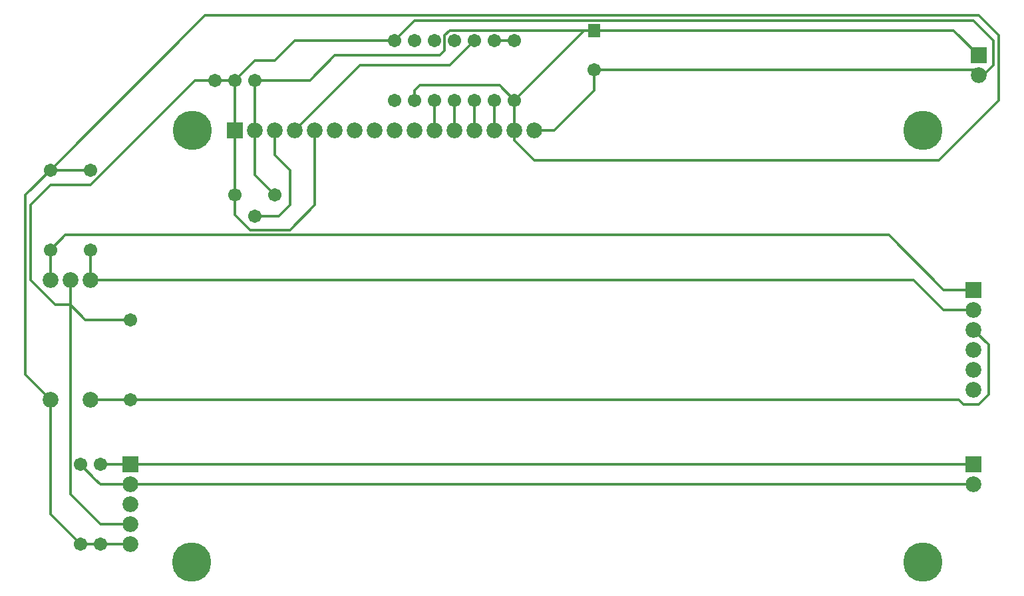
<source format=gbr>
G04 #@! TF.FileFunction,Copper,L2,Bot,Signal*
%FSLAX46Y46*%
G04 Gerber Fmt 4.6, Leading zero omitted, Abs format (unit mm)*
G04 Created by KiCad (PCBNEW 4.0.1-stable) date 01/02/17 16:37:31*
%MOMM*%
G01*
G04 APERTURE LIST*
%ADD10C,0.100000*%
%ADD11R,1.554000X1.716000*%
%ADD12C,1.716000*%
%ADD13R,2.016000X2.016000*%
%ADD14C,2.016000*%
%ADD15C,5.000000*%
%ADD16C,0.304800*%
G04 APERTURE END LIST*
D10*
D11*
X151765000Y-56970000D03*
D12*
X151765000Y-61970000D03*
X108585000Y-63320000D03*
X106045000Y-63320000D03*
X103505000Y-63320000D03*
D13*
X200660000Y-60145000D03*
D14*
X200660000Y-62685000D03*
D13*
X200025000Y-112215000D03*
D14*
X200025000Y-114755000D03*
D13*
X200025000Y-89990000D03*
D14*
X200025000Y-92530000D03*
X200025000Y-95070000D03*
X200025000Y-97610000D03*
X200025000Y-100150000D03*
X200025000Y-102690000D03*
D13*
X106045000Y-69670000D03*
D14*
X108585000Y-69670000D03*
X111125000Y-69670000D03*
X113665000Y-69670000D03*
X116205000Y-69670000D03*
X118745000Y-69670000D03*
X121285000Y-69670000D03*
X123825000Y-69670000D03*
X126365000Y-69670000D03*
X128905000Y-69670000D03*
X131445000Y-69670000D03*
X133985000Y-69670000D03*
X136525000Y-69670000D03*
X139065000Y-69670000D03*
X141605000Y-69670000D03*
X144145000Y-69670000D03*
D15*
X100545900Y-69670000D03*
X100545000Y-124670000D03*
X193545000Y-124670000D03*
X193545000Y-69670000D03*
D12*
X111125000Y-77925000D03*
X108585000Y-80592000D03*
X106045000Y-77925000D03*
X86360000Y-122375000D03*
X86360000Y-112215000D03*
X88900000Y-122375000D03*
X88900000Y-112215000D03*
X82550000Y-74750000D03*
X82550000Y-84910000D03*
X87630000Y-74750000D03*
X87630000Y-84910000D03*
X92710000Y-103960000D03*
X92710000Y-93800000D03*
D14*
X82550000Y-103960000D03*
X87630000Y-103960000D03*
X82550000Y-88720000D03*
X85090000Y-88720000D03*
X87630000Y-88720000D03*
D13*
X92710000Y-112215000D03*
D14*
X92710000Y-114755000D03*
X92710000Y-117295000D03*
X92710000Y-119835000D03*
X92710000Y-122375000D03*
D12*
X141605000Y-58240000D03*
X139065000Y-58240000D03*
X136525000Y-58240000D03*
X133985000Y-58240000D03*
X131445000Y-58240000D03*
X128905000Y-58240000D03*
X126365000Y-58240000D03*
X126365000Y-65860000D03*
X128905000Y-65860000D03*
X131445000Y-65860000D03*
X133985000Y-65860000D03*
X136525000Y-65860000D03*
X139065000Y-65860000D03*
X141605000Y-65860000D03*
D16*
X141605000Y-69670000D02*
X141605000Y-70940000D01*
X102235000Y-55065000D02*
X82550000Y-74750000D01*
X200660000Y-55065000D02*
X102235000Y-55065000D01*
X203200000Y-57605000D02*
X200660000Y-55065000D01*
X203200000Y-65860000D02*
X203200000Y-57605000D01*
X195580000Y-73480000D02*
X203200000Y-65860000D01*
X144145000Y-73480000D02*
X195580000Y-73480000D01*
X141605000Y-70940000D02*
X144145000Y-73480000D01*
X82550000Y-103960000D02*
X79375000Y-100785000D01*
X79375000Y-100785000D02*
X79375000Y-77925000D01*
X79375000Y-77925000D02*
X82550000Y-74750000D01*
X108585000Y-69670000D02*
X108585000Y-75385000D01*
X108585000Y-75385000D02*
X111125000Y-77925000D01*
X108585000Y-63320000D02*
X115570000Y-63320000D01*
X133350000Y-56970000D02*
X150495000Y-56970000D01*
X132715000Y-57605000D02*
X133350000Y-56970000D01*
X132715000Y-59510000D02*
X132715000Y-57605000D01*
X132080000Y-60145000D02*
X132715000Y-59510000D01*
X118745000Y-60145000D02*
X132080000Y-60145000D01*
X115570000Y-63320000D02*
X118745000Y-60145000D01*
X82550000Y-103960000D02*
X82550000Y-118565000D01*
X82550000Y-118565000D02*
X86360000Y-122375000D01*
X92710000Y-122375000D02*
X88900000Y-122375000D01*
X88900000Y-122375000D02*
X86360000Y-122375000D01*
X87630000Y-74750000D02*
X82550000Y-74750000D01*
X108585000Y-63320000D02*
X108585000Y-69670000D01*
X128905000Y-65860000D02*
X128905000Y-64590000D01*
X139700000Y-63955000D02*
X141605000Y-65860000D01*
X129540000Y-63955000D02*
X139700000Y-63955000D01*
X128905000Y-64590000D02*
X129540000Y-63955000D01*
X141605000Y-69670000D02*
X141605000Y-65860000D01*
X141605000Y-65860000D02*
X150495000Y-56970000D01*
X150495000Y-56970000D02*
X151765000Y-56970000D01*
X151765000Y-56970000D02*
X197485000Y-56970000D01*
X197485000Y-56970000D02*
X200660000Y-60145000D01*
X103505000Y-63320000D02*
X100965000Y-63320000D01*
X83185000Y-91895000D02*
X85090000Y-91895000D01*
X80010000Y-88720000D02*
X83185000Y-91895000D01*
X80010000Y-79195000D02*
X80010000Y-88720000D01*
X82550000Y-76655000D02*
X80010000Y-79195000D01*
X87630000Y-76655000D02*
X82550000Y-76655000D01*
X100965000Y-63320000D02*
X87630000Y-76655000D01*
X106045000Y-63320000D02*
X108585000Y-60780000D01*
X103505000Y-63320000D02*
X106045000Y-63320000D01*
X106045000Y-77925000D02*
X106045000Y-80465000D01*
X116205000Y-79195000D02*
X116205000Y-69670000D01*
X113030000Y-82370000D02*
X116205000Y-79195000D01*
X107950000Y-82370000D02*
X113030000Y-82370000D01*
X106045000Y-80465000D02*
X107950000Y-82370000D01*
X106045000Y-69670000D02*
X106045000Y-77925000D01*
X200660000Y-62685000D02*
X201295000Y-62685000D01*
X201295000Y-62685000D02*
X202565000Y-61415000D01*
X128905000Y-55700000D02*
X126365000Y-58240000D01*
X200025000Y-55700000D02*
X128905000Y-55700000D01*
X202565000Y-58240000D02*
X200025000Y-55700000D01*
X202565000Y-61415000D02*
X202565000Y-58240000D01*
X126365000Y-58240000D02*
X113665000Y-58240000D01*
X111125000Y-60780000D02*
X108585000Y-60780000D01*
X113665000Y-58240000D02*
X111125000Y-60780000D01*
X92710000Y-119835000D02*
X88900000Y-119835000D01*
X88900000Y-119835000D02*
X85090000Y-116025000D01*
X85090000Y-116025000D02*
X85090000Y-91895000D01*
X85090000Y-88720000D02*
X85090000Y-91895000D01*
X86995000Y-93800000D02*
X92710000Y-93800000D01*
X85090000Y-91895000D02*
X86995000Y-93800000D01*
X106045000Y-69670000D02*
X106045000Y-63320000D01*
X151765000Y-61970000D02*
X151765000Y-64590000D01*
X146685000Y-69670000D02*
X144145000Y-69670000D01*
X151765000Y-64590000D02*
X146685000Y-69670000D01*
X151765000Y-61970000D02*
X199945000Y-61970000D01*
X199945000Y-61970000D02*
X200660000Y-62685000D01*
X92710000Y-112215000D02*
X200025000Y-112215000D01*
X88900000Y-112215000D02*
X92710000Y-112215000D01*
X200025000Y-114755000D02*
X92710000Y-114755000D01*
X86360000Y-112215000D02*
X88265000Y-114120000D01*
X88900000Y-114755000D02*
X92710000Y-114755000D01*
X88265000Y-114120000D02*
X88900000Y-114755000D01*
X200025000Y-89990000D02*
X196215000Y-89990000D01*
X84455000Y-83005000D02*
X82550000Y-84910000D01*
X189230000Y-83005000D02*
X84455000Y-83005000D01*
X196215000Y-89990000D02*
X189230000Y-83005000D01*
X82550000Y-84910000D02*
X82550000Y-88720000D01*
X87630000Y-88720000D02*
X192405000Y-88720000D01*
X196215000Y-92530000D02*
X200025000Y-92530000D01*
X192405000Y-88720000D02*
X196215000Y-92530000D01*
X87630000Y-88720000D02*
X87630000Y-84910000D01*
X92710000Y-103960000D02*
X198120000Y-103960000D01*
X201930000Y-96975000D02*
X200025000Y-95070000D01*
X201930000Y-103325000D02*
X201930000Y-96975000D01*
X200660000Y-104595000D02*
X201930000Y-103325000D01*
X198755000Y-104595000D02*
X200660000Y-104595000D01*
X198120000Y-103960000D02*
X198755000Y-104595000D01*
X92710000Y-103960000D02*
X87630000Y-103960000D01*
X139065000Y-58240000D02*
X141605000Y-58240000D01*
X108585000Y-80592000D02*
X111633000Y-80592000D01*
X111125000Y-72845000D02*
X111125000Y-69670000D01*
X113030000Y-74750000D02*
X111125000Y-72845000D01*
X113030000Y-79195000D02*
X113030000Y-74750000D01*
X111633000Y-80592000D02*
X113030000Y-79195000D01*
X136525000Y-58240000D02*
X133350000Y-61415000D01*
X121920000Y-61415000D02*
X113665000Y-69670000D01*
X133350000Y-61415000D02*
X121920000Y-61415000D01*
X131445000Y-69670000D02*
X131445000Y-65860000D01*
X133985000Y-65860000D02*
X133985000Y-69670000D01*
X136525000Y-69670000D02*
X136525000Y-65860000D01*
X139065000Y-65860000D02*
X139065000Y-69670000D01*
M02*

</source>
